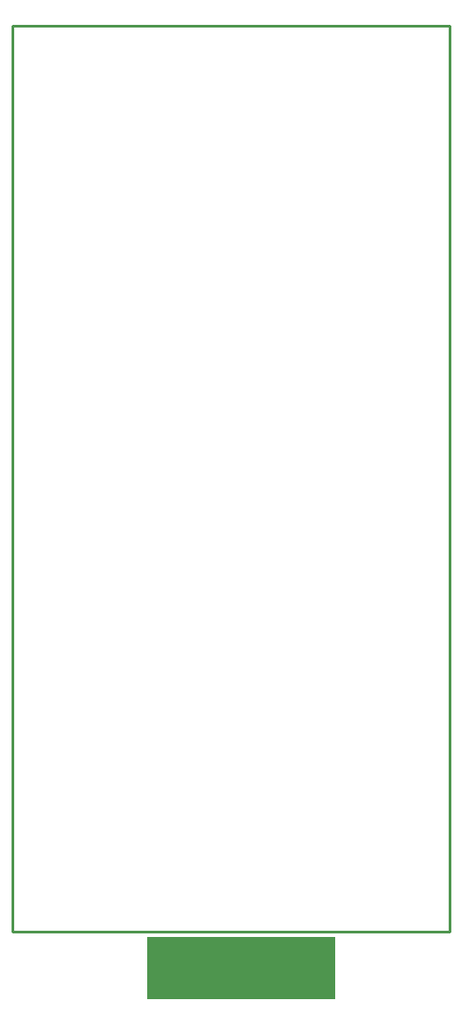
<source format=gko>
G04 Layer_Color=16711935*
%FSLAX25Y25*%
%MOIN*%
G70*
G01*
G75*
%ADD43C,0.01000*%
%ADD78R,0.71000X0.23500*%
D43*
X230500Y523625D02*
Y645000D01*
X395000D01*
X230500Y305000D02*
Y377875D01*
Y523625D01*
Y305000D02*
X395000D01*
Y645000D01*
D78*
X316614Y291301D02*
D03*
M02*

</source>
